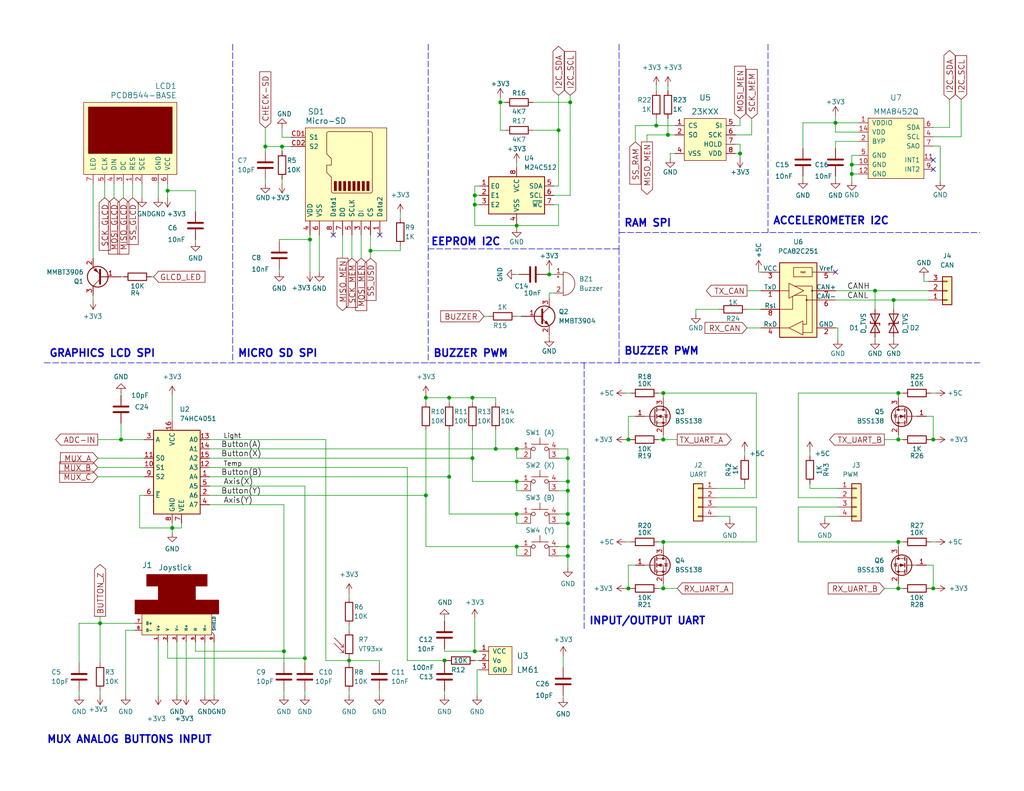
<source format=kicad_sch>
(kicad_sch (version 20211123) (generator eeschema)
  (paper "USLetter")
  (title_block (title "GAME//CAT Rev.B") (date "2022-08-04") (rev "3.5") (company "xDNA Electronics & Design") (comment 1 "MCU: PIC24HJ128GP504"))
  (junction (at 245.11 120.015))
  (junction (at 152.4 35.56))
  (junction (at 245.11 147.955))
  (junction (at 101.092 68.453))
  (junction (at 254.635 120.015))
  (junction (at 154.94 140.335))
  (junction (at 121.285 180.34))
  (junction (at 76.962 40.005))
  (junction (at 232.41 44.958))
  (junction (at 245.11 160.655))
  (junction (at 140.97 131.445))
  (junction (at 180.975 147.955))
  (junction (at 154.94 125.095))
  (junction (at 129.54 53.34))
  (junction (at 95.25 180.34))
  (junction (at 116.205 135.255))
  (junction (at 254.635 160.655))
  (junction (at 83.185 179.705))
  (junction (at 27.305 170.18))
  (junction (at 128.905 125.095))
  (junction (at 182.245 36.83))
  (junction (at 129.54 177.8))
  (junction (at 154.94 151.765))
  (junction (at 245.11 107.315))
  (junction (at 201.93 41.91))
  (junction (at 122.555 130.175))
  (junction (at 171.45 120.015))
  (junction (at 129.54 55.88))
  (junction (at 154.94 142.875))
  (junction (at 154.94 133.985))
  (junction (at 135.255 122.555))
  (junction (at 122.555 108.585))
  (junction (at 227.965 33.528))
  (junction (at 140.97 122.555))
  (junction (at 136.525 27.94))
  (junction (at 140.97 140.335))
  (junction (at 140.97 149.225))
  (junction (at 155.575 27.94))
  (junction (at 179.07 34.29))
  (junction (at 154.94 149.225))
  (junction (at 180.975 160.655))
  (junction (at 238.76 79.375))
  (junction (at 140.97 61.595))
  (junction (at 45.72 52.07))
  (junction (at 180.975 107.315))
  (junction (at 84.582 65.405))
  (junction (at 46.99 144.145))
  (junction (at 116.205 108.585))
  (junction (at 180.975 120.015))
  (junction (at 77.47 177.8))
  (junction (at 33.02 120.015))
  (junction (at 128.905 108.585))
  (junction (at 232.41 47.498))
  (junction (at 171.45 160.655))
  (junction (at 149.86 74.93))
  (junction (at 72.39 40.005))
  (junction (at 154.94 131.445))
  (junction (at 243.84 81.915))
  (no_connect (at 227.965 74.295))
  (no_connect (at 254.635 46.228))
  (no_connect (at 254.635 43.688))
  (no_connect (at 90.932 64.135))
  (no_connect (at 103.632 64.135))
  (wire (pts (xy 45.72 50.165) (xy 45.72 52.07)))
  (wire (pts (xy 217.805 138.43) (xy 228.6 138.43)))
  (wire (pts (xy 140.97 122.555) (xy 142.24 122.555)))
  (wire (pts (xy 136.525 26.67) (xy 136.525 27.94)))
  (wire (pts (xy 76.2 73.533) (xy 76.2 74.295)))
  (wire (pts (xy 180.975 147.955) (xy 180.975 149.225)))
  (wire (pts (xy 179.705 120.015) (xy 180.975 120.015)))
  (wire (pts (xy 227.965 48.133) (xy 227.965 48.895)))
  (wire (pts (xy 27.305 170.18) (xy 36.83 170.18)))
  (wire (pts (xy 245.11 147.955) (xy 245.11 149.225)))
  (wire (pts (xy 255.27 160.655) (xy 254.635 160.655)))
  (wire (pts (xy 130.175 182.88) (xy 130.175 189.865)))
  (wire (pts (xy 121.285 177.8) (xy 121.285 177.165)))
  (wire (pts (xy 154.94 140.335) (xy 154.94 142.875)))
  (wire (pts (xy 130.81 182.88) (xy 130.175 182.88)))
  (wire (pts (xy 243.84 92.075) (xy 243.84 92.71)))
  (wire (pts (xy 200.66 36.83) (xy 205.105 36.83)))
  (wire (pts (xy 232.41 42.418) (xy 232.41 44.958)))
  (wire (pts (xy 176.53 36.83) (xy 182.245 36.83)))
  (wire (pts (xy 129.54 53.34) (xy 129.54 55.88)))
  (wire (pts (xy 130.81 50.8) (xy 129.54 50.8)))
  (wire (pts (xy 152.4 151.765) (xy 154.94 151.765)))
  (wire (pts (xy 142.24 142.875) (xy 140.97 142.875)))
  (wire (pts (xy 255.27 107.315) (xy 254 107.315)))
  (wire (pts (xy 245.11 120.015) (xy 245.11 118.745)))
  (wire (pts (xy 199.136 140.97) (xy 199.136 141.732)))
  (wire (pts (xy 154.94 142.875) (xy 154.94 149.225)))
  (wire (pts (xy 232.41 47.498) (xy 232.41 49.403)))
  (wire (pts (xy 195.58 140.97) (xy 199.136 140.97)))
  (wire (pts (xy 46.99 107.95) (xy 46.99 114.935)))
  (wire (pts (xy 116.205 108.585) (xy 116.205 109.855)))
  (wire (pts (xy 46.99 142.875) (xy 46.99 144.145)))
  (wire (pts (xy 21.59 170.18) (xy 27.305 170.18)))
  (wire (pts (xy 254.635 160.655) (xy 254.635 154.305)))
  (wire (pts (xy 172.085 120.015) (xy 171.45 120.015)))
  (wire (pts (xy 135.255 117.475) (xy 135.255 122.555)))
  (wire (pts (xy 128.905 108.585) (xy 128.905 109.855)))
  (wire (pts (xy 95.25 180.34) (xy 103.505 180.34)))
  (wire (pts (xy 152.4 131.445) (xy 154.94 131.445)))
  (wire (pts (xy 140.97 151.765) (xy 140.97 149.225)))
  (wire (pts (xy 57.15 127.635) (xy 111.125 127.635)))
  (wire (pts (xy 145.415 35.56) (xy 152.4 35.56)))
  (wire (pts (xy 33.02 107.95) (xy 33.02 107.315)))
  (wire (pts (xy 220.98 133.35) (xy 220.98 132.08)))
  (wire (pts (xy 26.67 120.015) (xy 33.02 120.015)))
  (wire (pts (xy 180.975 107.315) (xy 206.375 107.315)))
  (wire (pts (xy 116.205 135.255) (xy 116.205 149.225)))
  (wire (pts (xy 252.095 76.835) (xy 253.365 76.835)))
  (wire (pts (xy 98.552 64.135) (xy 98.552 70.485)))
  (wire (pts (xy 122.555 108.585) (xy 128.905 108.585)))
  (wire (pts (xy 141.605 74.93) (xy 140.843 74.93)))
  (wire (pts (xy 234.315 33.528) (xy 227.965 33.528)))
  (wire (pts (xy 53.34 65.405) (xy 53.34 66.04)))
  (wire (pts (xy 179.705 147.955) (xy 180.975 147.955)))
  (wire (pts (xy 129.54 55.88) (xy 129.54 61.595)))
  (wire (pts (xy 206.375 138.43) (xy 206.375 147.955)))
  (wire (pts (xy 132.08 86.36) (xy 133.35 86.36)))
  (wire (pts (xy 206.375 107.315) (xy 206.375 135.89)))
  (wire (pts (xy 136.525 27.94) (xy 137.795 27.94)))
  (wire (pts (xy 180.975 120.015) (xy 184.785 120.015)))
  (wire (pts (xy 203.835 79.375) (xy 207.645 79.375)))
  (wire (pts (xy 26.67 130.175) (xy 39.37 130.175)))
  (wire (pts (xy 53.34 177.8) (xy 77.47 177.8)))
  (wire (pts (xy 180.975 107.315) (xy 180.975 108.585)))
  (wire (pts (xy 182.245 36.83) (xy 184.15 36.83)))
  (wire (pts (xy 77.47 180.975) (xy 77.47 177.8)))
  (wire (pts (xy 195.58 138.43) (xy 206.375 138.43)))
  (wire (pts (xy 38.1 144.145) (xy 46.99 144.145)))
  (wire (pts (xy 152.4 149.225) (xy 154.94 149.225)))
  (wire (pts (xy 77.47 137.795) (xy 57.15 137.795)))
  (wire (pts (xy 27.305 180.975) (xy 27.305 170.18)))
  (wire (pts (xy 45.72 179.705) (xy 83.185 179.705)))
  (wire (pts (xy 155.575 53.34) (xy 155.575 27.94)))
  (wire (pts (xy 48.26 175.26) (xy 48.26 189.865)))
  (wire (pts (xy 116.205 149.225) (xy 140.97 149.225)))
  (polyline (pts (xy 168.91 67.945) (xy 168.91 99.06)))
  (wire (pts (xy 140.97 44.45) (xy 140.97 45.72)))
  (wire (pts (xy 77.47 188.595) (xy 77.47 189.865)))
  (wire (pts (xy 152.4 26.035) (xy 152.4 35.56)))
  (wire (pts (xy 182.245 32.385) (xy 182.245 36.83)))
  (wire (pts (xy 101.092 68.453) (xy 109.22 68.453)))
  (wire (pts (xy 38.1 135.255) (xy 38.1 144.145)))
  (wire (pts (xy 87.122 64.135) (xy 87.122 74.295)))
  (wire (pts (xy 121.285 180.34) (xy 121.92 180.34)))
  (wire (pts (xy 201.93 32.385) (xy 201.93 34.29)))
  (wire (pts (xy 121.285 188.595) (xy 121.285 189.865)))
  (wire (pts (xy 219.075 48.133) (xy 219.075 48.895)))
  (wire (pts (xy 179.07 32.385) (xy 179.07 34.29)))
  (wire (pts (xy 234.315 38.608) (xy 227.965 38.608)))
  (wire (pts (xy 95.25 170.815) (xy 95.25 172.085)))
  (wire (pts (xy 228.6 135.89) (xy 217.805 135.89)))
  (wire (pts (xy 77.47 177.8) (xy 77.47 137.795)))
  (wire (pts (xy 255.27 120.015) (xy 254.635 120.015)))
  (wire (pts (xy 151.13 55.88) (xy 152.4 55.88)))
  (wire (pts (xy 246.38 107.315) (xy 245.11 107.315)))
  (wire (pts (xy 142.24 125.095) (xy 140.97 125.095)))
  (wire (pts (xy 179.705 107.315) (xy 180.975 107.315)))
  (wire (pts (xy 254.635 37.338) (xy 262.255 37.338)))
  (wire (pts (xy 116.205 117.475) (xy 116.205 135.255)))
  (wire (pts (xy 140.97 133.985) (xy 140.97 131.445)))
  (wire (pts (xy 116.205 107.95) (xy 116.205 108.585)))
  (wire (pts (xy 256.54 39.878) (xy 256.54 49.403)))
  (wire (pts (xy 111.125 127.635) (xy 111.125 180.34)))
  (wire (pts (xy 206.375 147.955) (xy 180.975 147.955)))
  (wire (pts (xy 200.66 41.91) (xy 201.93 41.91)))
  (wire (pts (xy 88.9 120.015) (xy 88.9 180.34)))
  (wire (pts (xy 129.54 180.34) (xy 130.81 180.34)))
  (wire (pts (xy 33.655 50.165) (xy 33.655 53.975)))
  (wire (pts (xy 227.965 38.608) (xy 227.965 40.513)))
  (wire (pts (xy 172.085 160.655) (xy 171.45 160.655)))
  (wire (pts (xy 203.835 84.455) (xy 207.645 84.455)))
  (wire (pts (xy 245.11 160.655) (xy 241.3 160.655)))
  (wire (pts (xy 180.975 120.015) (xy 180.975 118.745)))
  (wire (pts (xy 83.185 132.715) (xy 83.185 179.705)))
  (wire (pts (xy 149.86 73.66) (xy 149.86 74.93)))
  (wire (pts (xy 152.4 140.335) (xy 154.94 140.335)))
  (wire (pts (xy 109.22 67.183) (xy 109.22 68.453)))
  (wire (pts (xy 57.15 122.555) (xy 135.255 122.555)))
  (wire (pts (xy 39.37 135.255) (xy 38.1 135.255)))
  (wire (pts (xy 254 120.015) (xy 254.635 120.015)))
  (wire (pts (xy 95.25 188.595) (xy 95.25 189.865)))
  (wire (pts (xy 246.38 147.955) (xy 245.11 147.955)))
  (wire (pts (xy 171.45 120.015) (xy 171.45 113.665)))
  (wire (pts (xy 57.15 132.715) (xy 83.185 132.715)))
  (wire (pts (xy 152.4 142.875) (xy 154.94 142.875)))
  (wire (pts (xy 33.02 115.57) (xy 33.02 120.015)))
  (wire (pts (xy 145.415 27.94) (xy 155.575 27.94)))
  (wire (pts (xy 203.835 89.535) (xy 207.645 89.535)))
  (wire (pts (xy 57.15 135.255) (xy 116.205 135.255)))
  (wire (pts (xy 128.905 125.095) (xy 128.905 131.445)))
  (wire (pts (xy 217.805 107.315) (xy 245.11 107.315)))
  (wire (pts (xy 129.54 53.34) (xy 130.81 53.34)))
  (wire (pts (xy 137.795 35.56) (xy 136.525 35.56)))
  (wire (pts (xy 182.245 23.495) (xy 182.245 24.765)))
  (wire (pts (xy 154.94 125.095) (xy 154.94 131.445)))
  (wire (pts (xy 180.975 160.655) (xy 184.785 160.655)))
  (wire (pts (xy 140.97 131.445) (xy 142.24 131.445)))
  (wire (pts (xy 122.555 108.585) (xy 122.555 109.855)))
  (wire (pts (xy 171.45 154.305) (xy 173.355 154.305)))
  (wire (pts (xy 72.39 48.895) (xy 72.39 50.165)))
  (wire (pts (xy 140.97 60.96) (xy 140.97 61.595)))
  (wire (pts (xy 173.355 34.29) (xy 179.07 34.29)))
  (wire (pts (xy 245.11 160.655) (xy 245.11 159.385)))
  (wire (pts (xy 203.2 133.35) (xy 203.2 132.08)))
  (wire (pts (xy 76.2 65.913) (xy 76.2 65.405)))
  (wire (pts (xy 170.815 107.315) (xy 172.085 107.315)))
  (wire (pts (xy 227.965 89.535) (xy 228.6 89.535)))
  (wire (pts (xy 45.72 179.705) (xy 45.72 175.26)))
  (wire (pts (xy 27.305 168.275) (xy 27.305 170.18)))
  (wire (pts (xy 155.575 26.035) (xy 155.575 27.94)))
  (polyline (pts (xy 12.065 99.06) (xy 267.335 99.06)))
  (wire (pts (xy 205.105 36.83) (xy 205.105 32.385)))
  (wire (pts (xy 170.815 160.655) (xy 171.45 160.655)))
  (wire (pts (xy 83.185 179.705) (xy 83.185 180.975)))
  (wire (pts (xy 173.355 34.29) (xy 173.355 38.735)))
  (wire (pts (xy 72.39 40.005) (xy 72.39 41.275)))
  (wire (pts (xy 57.15 125.095) (xy 128.905 125.095)))
  (wire (pts (xy 33.02 120.015) (xy 39.37 120.015)))
  (wire (pts (xy 245.11 107.315) (xy 245.11 108.585)))
  (polyline (pts (xy 63.5 12.065) (xy 63.5 99.06)))
  (polyline (pts (xy 159.385 99.06) (xy 159.385 172.085)))
  (wire (pts (xy 46.99 144.145) (xy 46.99 145.415)))
  (wire (pts (xy 79.502 37.465) (xy 76.962 37.465)))
  (wire (pts (xy 31.115 50.165) (xy 31.115 53.975)))
  (wire (pts (xy 135.255 109.855) (xy 135.255 108.585)))
  (wire (pts (xy 93.472 64.135) (xy 93.472 70.485)))
  (wire (pts (xy 217.805 107.315) (xy 217.805 135.89)))
  (wire (pts (xy 95.25 161.925) (xy 95.25 163.195)))
  (wire (pts (xy 58.42 175.26) (xy 58.42 189.865)))
  (wire (pts (xy 111.125 180.34) (xy 121.285 180.34)))
  (wire (pts (xy 83.185 188.595) (xy 83.185 189.865)))
  (wire (pts (xy 122.555 140.335) (xy 140.97 140.335)))
  (wire (pts (xy 180.975 160.655) (xy 180.975 159.385)))
  (wire (pts (xy 122.555 130.175) (xy 122.555 140.335)))
  (wire (pts (xy 170.815 120.015) (xy 171.45 120.015)))
  (wire (pts (xy 152.4 125.095) (xy 154.94 125.095)))
  (wire (pts (xy 45.72 52.07) (xy 53.34 52.07)))
  (wire (pts (xy 72.39 34.925) (xy 72.39 40.005)))
  (wire (pts (xy 149.225 74.93) (xy 149.86 74.93)))
  (wire (pts (xy 26.67 125.095) (xy 39.37 125.095)))
  (polyline (pts (xy 168.91 12.065) (xy 168.91 67.945)))
  (wire (pts (xy 129.54 61.595) (xy 140.97 61.595)))
  (wire (pts (xy 128.905 108.585) (xy 135.255 108.585)))
  (wire (pts (xy 184.15 41.91) (xy 182.88 41.91)))
  (wire (pts (xy 121.285 180.975) (xy 121.285 180.34)))
  (wire (pts (xy 201.93 41.91) (xy 201.93 43.18)))
  (wire (pts (xy 53.34 52.07) (xy 53.34 57.785)))
  (wire (pts (xy 142.24 151.765) (xy 140.97 151.765)))
  (wire (pts (xy 232.41 44.958) (xy 234.315 44.958)))
  (wire (pts (xy 238.76 79.375) (xy 238.76 84.455)))
  (wire (pts (xy 227.965 81.915) (xy 243.84 81.915)))
  (wire (pts (xy 33.02 75.565) (xy 33.655 75.565)))
  (wire (pts (xy 95.25 180.34) (xy 95.25 180.975)))
  (wire (pts (xy 220.98 123.19) (xy 220.98 124.46)))
  (wire (pts (xy 255.27 147.955) (xy 254 147.955)))
  (wire (pts (xy 140.97 142.875) (xy 140.97 140.335)))
  (wire (pts (xy 245.11 120.015) (xy 241.3 120.015)))
  (wire (pts (xy 28.575 50.165) (xy 28.575 53.975)))
  (wire (pts (xy 76.962 48.895) (xy 76.962 50.165)))
  (polyline (pts (xy 116.84 12.065) (xy 116.84 99.06)))
  (wire (pts (xy 243.84 81.915) (xy 243.84 84.455)))
  (wire (pts (xy 76.962 40.005) (xy 76.962 41.275)))
  (wire (pts (xy 84.582 65.405) (xy 84.582 74.295)))
  (wire (pts (xy 103.505 180.975) (xy 103.505 180.34)))
  (wire (pts (xy 182.88 41.91) (xy 182.88 43.18)))
  (wire (pts (xy 76.962 37.465) (xy 76.962 34.925)))
  (wire (pts (xy 27.305 188.595) (xy 27.305 189.865)))
  (wire (pts (xy 154.94 149.225) (xy 154.94 151.765)))
  (wire (pts (xy 76.962 40.005) (xy 72.39 40.005)))
  (wire (pts (xy 195.58 135.89) (xy 206.375 135.89)))
  (wire (pts (xy 26.67 127.635) (xy 39.37 127.635)))
  (wire (pts (xy 109.22 58.293) (xy 109.22 59.563)))
  (wire (pts (xy 129.54 177.8) (xy 121.285 177.8)))
  (wire (pts (xy 101.092 68.453) (xy 101.092 70.485)))
  (wire (pts (xy 234.315 42.418) (xy 232.41 42.418)))
  (wire (pts (xy 25.4 80.645) (xy 25.4 81.915)))
  (wire (pts (xy 128.905 117.475) (xy 128.905 125.095)))
  (wire (pts (xy 151.13 50.8) (xy 152.4 50.8)))
  (wire (pts (xy 227.965 79.375) (xy 238.76 79.375)))
  (wire (pts (xy 151.13 53.34) (xy 155.575 53.34)))
  (wire (pts (xy 140.97 149.225) (xy 142.24 149.225)))
  (wire (pts (xy 95.25 179.705) (xy 95.25 180.34)))
  (wire (pts (xy 246.38 120.015) (xy 245.11 120.015)))
  (wire (pts (xy 227.965 36.068) (xy 227.965 33.528)))
  (wire (pts (xy 219.075 33.528) (xy 219.075 40.513)))
  (wire (pts (xy 53.34 175.26) (xy 53.34 177.8)))
  (wire (pts (xy 21.59 180.975) (xy 21.59 170.18)))
  (wire (pts (xy 103.505 188.595) (xy 103.505 189.865)))
  (wire (pts (xy 232.41 44.958) (xy 232.41 47.498)))
  (wire (pts (xy 50.8 175.26) (xy 50.8 189.865)))
  (wire (pts (xy 176.53 36.83) (xy 176.53 38.735)))
  (wire (pts (xy 96.012 64.135) (xy 96.012 70.485)))
  (wire (pts (xy 254.635 120.015) (xy 254.635 113.665)))
  (wire (pts (xy 154.94 122.555) (xy 154.94 125.095)))
  (wire (pts (xy 170.815 147.955) (xy 172.085 147.955)))
  (wire (pts (xy 225.044 140.97) (xy 225.044 141.732)))
  (wire (pts (xy 254.635 154.305) (xy 252.73 154.305)))
  (wire (pts (xy 200.66 39.37) (xy 201.93 39.37)))
  (wire (pts (xy 43.18 175.26) (xy 43.18 189.865)))
  (wire (pts (xy 153.67 179.07) (xy 153.67 182.245)))
  (wire (pts (xy 43.18 50.165) (xy 43.18 53.975)))
  (wire (pts (xy 36.195 50.165) (xy 36.195 53.975)))
  (wire (pts (xy 207.01 74.295) (xy 207.645 74.295)))
  (wire (pts (xy 254.635 39.878) (xy 256.54 39.878)))
  (wire (pts (xy 76.2 65.405) (xy 84.582 65.405)))
  (wire (pts (xy 152.4 122.555) (xy 154.94 122.555)))
  (polyline (pts (xy 116.84 67.945) (xy 168.91 67.945)))
  (wire (pts (xy 49.53 142.875) (xy 49.53 144.145)))
  (wire (pts (xy 171.45 113.665) (xy 173.355 113.665)))
  (wire (pts (xy 246.38 160.655) (xy 245.11 160.655)))
  (wire (pts (xy 41.275 75.565) (xy 41.91 75.565)))
  (wire (pts (xy 259.08 34.798) (xy 259.08 27.178)))
  (wire (pts (xy 252.095 75.565) (xy 252.095 76.835)))
  (wire (pts (xy 34.29 172.085) (xy 34.29 189.865)))
  (wire (pts (xy 195.58 133.35) (xy 203.2 133.35)))
  (wire (pts (xy 152.4 133.985) (xy 154.94 133.985)))
  (wire (pts (xy 152.4 35.56) (xy 152.4 50.8)))
  (wire (pts (xy 151.13 80.01) (xy 149.86 80.01)))
  (wire (pts (xy 189.865 85.725) (xy 189.865 84.455)))
  (wire (pts (xy 179.705 160.655) (xy 180.975 160.655)))
  (wire (pts (xy 227.965 31.623) (xy 227.965 33.528)))
  (wire (pts (xy 254.635 113.665) (xy 252.73 113.665)))
  (wire (pts (xy 46.99 144.145) (xy 49.53 144.145)))
  (wire (pts (xy 207.01 73.66) (xy 207.01 74.295)))
  (wire (pts (xy 116.205 108.585) (xy 122.555 108.585)))
  (wire (pts (xy 201.93 39.37) (xy 201.93 41.91)))
  (wire (pts (xy 201.93 34.29) (xy 200.66 34.29)))
  (wire (pts (xy 234.315 47.498) (xy 232.41 47.498)))
  (wire (pts (xy 179.07 23.495) (xy 179.07 24.765)))
  (wire (pts (xy 38.735 50.165) (xy 38.735 53.975)))
  (wire (pts (xy 203.2 123.19) (xy 203.2 124.46)))
  (wire (pts (xy 179.07 34.29) (xy 184.15 34.29)))
  (wire (pts (xy 228.6 89.535) (xy 228.6 92.71)))
  (wire (pts (xy 217.805 138.43) (xy 217.805 147.955)))
  (wire (pts (xy 21.59 188.595) (xy 21.59 189.865)))
  (wire (pts (xy 152.4 55.88) (xy 152.4 61.595)))
  (wire (pts (xy 234.315 36.068) (xy 227.965 36.068)))
  (wire (pts (xy 217.805 147.955) (xy 245.11 147.955)))
  (wire (pts (xy 84.582 64.135) (xy 84.582 65.405)))
  (wire (pts (xy 228.6 140.97) (xy 225.044 140.97)))
  (wire (pts (xy 243.84 81.915) (xy 253.365 81.915)))
  (wire (pts (xy 25.4 50.165) (xy 25.4 70.485)))
  (wire (pts (xy 238.76 79.375) (xy 253.365 79.375)))
  (wire (pts (xy 101.092 64.135) (xy 101.092 68.453)))
  (wire (pts (xy 121.285 168.91) (xy 121.285 169.545)))
  (wire (pts (xy 254.635 34.798) (xy 259.08 34.798)))
  (wire (pts (xy 154.94 133.985) (xy 154.94 140.335)))
  (wire (pts (xy 154.94 151.765) (xy 154.94 154.94)))
  (polyline (pts (xy 168.91 63.5) (xy 267.335 63.5)))
  (polyline (pts (xy 209.55 12.065) (xy 209.55 63.5)))
  (wire (pts (xy 142.24 133.985) (xy 140.97 133.985)))
  (wire (pts (xy 153.67 189.865) (xy 153.67 190.5)))
  (wire (pts (xy 129.54 177.8) (xy 130.81 177.8)))
  (wire (pts (xy 45.72 52.07) (xy 45.72 53.975)))
  (wire (pts (xy 129.54 50.8) (xy 129.54 53.34)))
  (wire (pts (xy 136.525 35.56) (xy 136.525 27.94)))
  (wire (pts (xy 140.97 61.595) (xy 140.97 62.23)))
  (wire (pts (xy 36.83 172.085) (xy 34.29 172.085)))
  (wire (pts (xy 140.97 140.335) (xy 142.24 140.335)))
  (wire (pts (xy 128.905 131.445) (xy 140.97 131.445)))
  (wire (pts (xy 57.15 130.175) (xy 122.555 130.175)))
  (wire (pts (xy 140.97 125.095) (xy 140.97 122.555)))
  (wire (pts (xy 149.86 80.01) (xy 149.86 81.28)))
  (wire (pts (xy 154.94 131.445) (xy 154.94 133.985)))
  (wire (pts (xy 189.865 84.455) (xy 196.215 84.455)))
  (wire (pts (xy 254 160.655) (xy 254.635 160.655)))
  (wire (pts (xy 238.76 92.075) (xy 238.76 92.71)))
  (wire (pts (xy 57.15 120.015) (xy 88.9 120.015)))
  (wire (pts (xy 171.45 160.655) (xy 171.45 154.305)))
  (wire (pts (xy 140.97 86.36) (xy 142.24 86.36)))
  (wire (pts (xy 88.9 180.34) (xy 95.25 180.34)))
  (wire (pts (xy 129.54 168.91) (xy 129.54 177.8)))
  (wire (pts (xy 227.965 33.528) (xy 219.075 33.528)))
  (wire (pts (xy 140.97 61.595) (xy 152.4 61.595)))
  (wire (pts (xy 149.86 74.93) (xy 151.13 74.93)))
  (wire (pts (xy 262.255 37.338) (xy 262.255 27.178)))
  (wire (pts (xy 149.86 91.44) (xy 149.86 92.075)))
  (wire (pts (xy 130.81 55.88) (xy 129.54 55.88)))
  (wire (pts (xy 122.555 117.475) (xy 122.555 130.175)))
  (wire (pts (xy 228.6 133.35) (xy 220.98 133.35)))
  (wire (pts (xy 55.88 175.26) (xy 55.88 189.865)))
  (wire (pts (xy 79.502 40.005) (xy 76.962 40.005)))
  (wire (pts (xy 135.255 122.555) (xy 140.97 122.555)))
  (text "EEPROM I2C" (at 117.475 67.31 0) (effects (font (size 2.032 2.032) (thickness 0.4064) bold) (justify left bottom)))
  (text "MICRO SD SPI\n" (at 64.77 97.79 0) (effects (font (size 2.032 2.032) (thickness 0.4064) bold) (justify left bottom)))
  (text "ACCELEROMETER I2C" (at 210.82 61.595 0) (effects (font (size 2.032 2.032) (thickness 0.4064) bold) (justify left bottom)))
  (text "BUZZER PWM" (at 170.18 97.155 0) (effects (font (size 2.032 2.032) (thickness 0.4064) bold) (justify left bottom)))
  (text "INPUT/OUTPUT UART" (at 160.655 170.815 0) (effects (font (size 2.032 2.032) (thickness 0.4064) bold) (justify left bottom)))
  (text "RAM SPI" (at 170.18 62.23 0) (effects (font (size 2.032 2.032) (thickness 0.4064) bold) (justify left bottom)))
  (text "BUZZER PWM" (at 118.11 97.79 0) (effects (font (size 2.032 2.032) (thickness 0.4064) bold) (justify left bottom)))
  (text "MUX ANALOG BUTTONS INPUT" (at 12.7 203.2 0) (effects (font (size 2.032 2.032) (thickness 0.4064) bold) (justify left bottom)))
  (text "GRAPHICS LCD SPI\n" (at 13.335 97.79 0) (effects (font (size 2.032 2.032) (thickness 0.4064) bold) (justify left bottom)))
  (label "CANH" (at 231.14 79.375 0) (effects (font (size 1.524 1.524))))
  (label "Button(A)" (at 60.325 122.555 0) (effects (font (size 1.524 1.524))))
  (label "CANL" (at 231.14 81.915 0) (effects (font (size 1.524 1.524))))
  (label "Button(B)" (at 60.325 130.175 0) (effects (font (size 1.524 1.524))))
  (label "Button(Y)" (at 60.325 135.255 0) (effects (font (size 1.524 1.524))))
  (label "Axis(Y)" (at 60.96 137.795 0) (effects (font (size 1.524 1.524))))
  (label "Temp" (at 60.96 127.635 0))
  (label "Light" (at 60.96 120.015 0))
  (label "Button(X)" (at 60.325 125.095 0) (effects (font (size 1.524 1.524))))
  (label "Axis(X)" (at 60.96 132.715 0) (effects (font (size 1.524 1.524))))
  (global_label "MISO_MEN" (shape output) (at 176.53 38.735 270) (effects (font (size 1.524 1.524))) (property "Intersheet References" "${INTERSHEET_REFS}" (effects hide)))
  (global_label "I2C_SDA" (shape bidirectional) (at 259.08 27.178 90) (effects (font (size 1.524 1.524))) (property "Intersheet References" "${INTERSHEET_REFS}" (effects hide)))
  (global_label "MOSI_MEN" (shape input) (at 98.552 70.485 270) (effects (font (size 1.524 1.524))) (property "Intersheet References" "${INTERSHEET_REFS}" (effects hide)))
  (global_label "MUX_B" (shape input) (at 26.67 127.635 180) (effects (font (size 1.524 1.524))) (property "Intersheet References" "${INTERSHEET_REFS}" (effects hide)))
  (global_label "BUTTON_Z" (shape output) (at 27.305 168.275 90) (effects (font (size 1.524 1.524))) (property "Intersheet References" "${INTERSHEET_REFS}" (effects hide)))
  (global_label "CHECK-SD" (shape input) (at 72.39 34.925 90) (effects (font (size 1.524 1.524))) (property "Intersheet References" "${INTERSHEET_REFS}" (effects hide)))
  (global_label "RX_CAN" (shape input) (at 203.835 89.535 180) (effects (font (size 1.524 1.524))) (property "Intersheet References" "${INTERSHEET_REFS}" (effects hide)))
  (global_label "SCK_MEM" (shape input) (at 205.105 32.385 90) (effects (font (size 1.524 1.524))) (property "Intersheet References" "${INTERSHEET_REFS}" (effects hide)))
  (global_label "I2C_SCL" (shape input) (at 155.575 26.035 90) (effects (font (size 1.524 1.524))) (property "Intersheet References" "${INTERSHEET_REFS}" (effects hide)))
  (global_label "SS_USD" (shape input) (at 101.092 70.485 270) (effects (font (size 1.524 1.524))) (property "Intersheet References" "${INTERSHEET_REFS}" (effects hide)))
  (global_label "SS_RAM" (shape input) (at 173.355 38.735 270) (effects (font (size 1.524 1.524))) (property "Intersheet References" "${INTERSHEET_REFS}" (effects hide)))
  (global_label "ADC-IN" (shape output) (at 26.67 120.015 180) (effects (font (size 1.524 1.524))) (property "Intersheet References" "${INTERSHEET_REFS}" (effects hide)))
  (global_label "TX_UART_A" (shape output) (at 184.785 120.015 0) (effects (font (size 1.524 1.524))) (property "Intersheet References" "${INTERSHEET_REFS}" (effects hide)))
  (global_label "GLCD_LED" (shape input) (at 41.91 75.565 0) (effects (font (size 1.524 1.524))) (property "Intersheet References" "${INTERSHEET_REFS}" (effects hide)))
  (global_label "SCK_GLCD" (shape input) (at 28.575 53.975 270) (effects (font (size 1.524 1.524))) (property "Intersheet References" "${INTERSHEET_REFS}" (effects hide)))
  (global_label "TX_CAN" (shape output) (at 203.835 79.375 180) (effects (font (size 1.524 1.524))) (property "Intersheet References" "${INTERSHEET_REFS}" (effects hide)))
  (global_label "MOSI_MEN" (shape input) (at 201.93 32.385 90) (effects (font (size 1.524 1.524))) (property "Intersheet References" "${INTERSHEET_REFS}" (effects hide)))
  (global_label "MUX_C" (shape input) (at 26.67 130.175 180) (effects (font (size 1.524 1.524))) (property "Intersheet References" "${INTERSHEET_REFS}" (effects hide)))
  (global_label "RX_UART_A" (shape input) (at 184.785 160.655 0) (effects (font (size 1.524 1.524))) (property "Intersheet References" "${INTERSHEET_REFS}" (effects hide)))
  (global_label "RX_UART_B" (shape input) (at 241.3 160.655 180) (effects (font (size 1.524 1.524))) (property "Intersheet References" "${INTERSHEET_REFS}" (effects hide)))
  (global_label "I2C_SDA" (shape bidirectional) (at 152.4 26.035 90) (effects (font (size 1.524 1.524))) (property "Intersheet References" "${INTERSHEET_REFS}" (effects hide)))
  (global_label "I2C_SCL" (shape input) (at 262.255 27.178 90) (effects (font (size 1.524 1.524))) (property "Intersheet References" "${INTERSHEET_REFS}" (effects hide)))
  (global_label "SS_GLCD" (shape input) (at 36.195 53.975 270) (effects (font (size 1.524 1.524))) (property "Intersheet References" "${INTERSHEET_REFS}" (effects hide)))
  (global_label "MUX_A" (shape input) (at 26.67 125.095 180) (effects (font (size 1.524 1.524))) (property "Intersheet References" "${INTERSHEET_REFS}" (effects hide)))
  (global_label "BUZZER" (shape input) (at 132.08 86.36 180) (effects (font (size 1.524 1.524))) (property "Intersheet References" "${INTERSHEET_REFS}" (effects hide)))
  (global_label "TX_UART_B" (shape output) (at 241.3 120.015 180) (effects (font (size 1.524 1.524))) (property "Intersheet References" "${INTERSHEET_REFS}" (effects hide)))
  (global_label "MISO_MEN" (shape output) (at 93.472 70.485 270) (effects (font (size 1.524 1.524))) (property "Intersheet References" "${INTERSHEET_REFS}" (effects hide)))
  (global_label "SCK_MEM" (shape input) (at 96.012 70.485 270) (effects (font (size 1.524 1.524))) (property "Intersheet References" "${INTERSHEET_REFS}" (effects hide)))
  (global_label "MOSI_GLCD" (shape input) (at 31.115 53.975 270) (effects (font (size 1.524 1.524))) (property "Intersheet References" "${INTERSHEET_REFS}" (effects hide)))
  (global_label "MISO_GLCD" (shape input) (at 33.655 53.975 270) (effects (font (size 1.524 1.524))) (property "Intersheet References" "${INTERSHEET_REFS}" (effects hide)))
  (symbol (lib_id "power:GND") (at 149.86 92.075 0) (unit 1)
    (property "Reference" "#PWR?" (effects hide))
    (property "Value" "GND" (at 149.86 95.885 0))
  )
  (symbol (lib_id "power:+3.3V") (at 201.93 43.18 180) (unit 1)
    (property "Reference" "#PWR?" (effects hide))
    (property "Value" "+3.3V" (at 201.93 46.99 0))
  )
  (symbol (lib_id "power:GND") (at 228.6 92.71 0) (unit 1)
    (property "Reference" "#PWR?" (effects hide))
    (property "Value" "GND" (at 228.6 96.52 0))
  )
  (symbol (lib_id "power:+3.3V") (at 227.965 31.623 0) (unit 1)
    (property "Reference" "#PWR?" (effects hide))
    (property "Value" "+3.3V" (at 227.965 27.813 0))
  )
  (symbol (lib_id "Device:R") (at 220.98 128.27 0) (unit 1)
    (property "Reference" "R43" (at 225.425 128.27 90))
    (property "Value" "1K" (at 223.52 128.27 90))
    (property "Footprint" "Resistor_SMD:R_1206_3216Metric" (effects hide))
  )
  (symbol (lib_id "power:GND") (at 76.2 74.295 0) (unit 1)
    (property "Reference" "#PWR?" (effects hide))
    (property "Value" "GND" (at 76.2 78.74 0))
  )
  (symbol (lib_id "Transistor_BJT:MMBT3906") (at 27.94 75.565 180) (unit 1)
    (property "Reference" "Q1" (at 22.86 76.8351 0) (effects (justify left)))
    (property "Value" "MMBT3906" (at 22.86 74.2951 0) (effects (justify left)))
    (property "Footprint" "Package_TO_SOT_SMD:SOT-23" (effects hide))
    (property "Datasheet" "https://www.onsemi.com/pub/Collateral/2N3906-D.PDF" (effects hide))
  )
  (symbol (lib_id "power:GND") (at 140.97 62.23 0) (unit 1)
    (property "Reference" "#PWR?" (effects hide))
    (property "Value" "GND" (at 140.97 66.04 0))
  )
  (symbol (lib_id "x_connectors:Micro-SD") (at 93.472 48.895 270) (unit 1)
    (property "Reference" "SD1" (at 83.947 30.48 90) (effects (font (size 1.524 1.524)) (justify left)))
    (property "Value" "Micro-SD" (at 83.312 33.02 90) (effects (font (size 1.524 1.524)) (justify left)))
    (property "Footprint" "x_Connector_Card:MICRO_SD_HC_DM3AT" (effects hide))
  )
  (symbol (lib_id "Device:R") (at 182.245 28.575 0) (unit 1)
    (property "Reference" "R23" (at 183.515 27.305 0) (effects (justify left)))
    (property "Value" "1K" (at 183.515 29.845 0) (effects (justify left)))
    (property "Footprint" "Resistor_SMD:R_1206_3216Metric" (effects hide))
  )
  (symbol (lib_id "power:GND") (at 34.29 189.865 0) (unit 1)
    (property "Reference" "#PWR?" (effects hide))
    (property "Value" "GND" (at 34.29 194.31 0))
  )
  (symbol (lib_id "Device:R") (at 135.255 113.665 0) (unit 1)
    (property "Reference" "R14" (at 136.525 112.395 0) (effects (justify left)))
    (property "Value" "10K" (at 136.525 114.935 0) (effects (justify left)))
    (property "Footprint" "Resistor_SMD:R_1206_3216Metric" (effects hide))
  )
  (symbol (lib_id "Connector_Generic:Conn_01x03") (at 258.445 79.375 0) (mirror x) (unit 1)
    (property "Reference" "J4" (at 258.445 69.85 0))
    (property "Value" "CAN" (at 258.445 72.39 0))
    (property "Footprint" "x_Connector_Molex:MOLEX_KK_1x03_P2.54mm_HORIZONTAL" (effects hide))
  )
  (symbol (lib_id "power:GND") (at 225.044 141.732 0) (unit 1)
    (property "Reference" "#PWR?" (effects hide))
    (property "Value" "GND" (at 225.044 146.177 0))
  )
  (symbol (lib_id "Device:R") (at 175.895 107.315 90) (unit 1)
    (property "Reference" "R18" (at 175.895 102.87 90))
    (property "Value" "10K" (at 175.895 104.775 90))
    (property "Footprint" "Resistor_SMD:R_1206_3216Metric" (effects hide))
  )
  (symbol (lib_id "power:GND") (at 121.285 189.865 0) (unit 1)
    (property "Reference" "#PWR?" (effects hide))
    (property "Value" "GND" (at 121.285 194.31 0))
  )
  (symbol (lib_id "Device:R") (at 95.25 184.785 0) (unit 1)
    (property "Reference" "R8" (at 96.52 183.515 0) (effects (justify left)))
    (property "Value" "10K" (at 96.52 186.055 0) (effects (justify left)))
    (property "Footprint" "Resistor_SMD:R_1206_3216Metric" (effects hide))
  )
  (symbol (lib_id "Device:R") (at 175.895 160.655 270) (unit 1)
    (property "Reference" "R21" (at 175.895 165.1 90))
    (property "Value" "10K" (at 175.895 163.195 90))
    (property "Footprint" "Resistor_SMD:R_1206_3216Metric" (effects hide))
  )
  (symbol (lib_id "power:GND") (at 256.54 49.403 0) (unit 1)
    (property "Reference" "#PWR?" (effects hide))
    (property "Value" "GND" (at 256.54 53.213 0))
  )
  (symbol (lib_id "Device:R") (at 141.605 35.56 90) (unit 1)
    (property "Reference" "R17" (at 141.605 33.02 90))
    (property "Value" "4K7" (at 141.605 38.1 90))
    (property "Footprint" "Resistor_SMD:R_1206_3216Metric" (effects hide))
  )
  (symbol (lib_id "Device:R") (at 250.19 120.015 90) (mirror x) (unit 1)
    (property "Reference" "R26" (at 250.19 124.46 90))
    (property "Value" "1K" (at 250.19 122.555 90))
    (property "Footprint" "Resistor_SMD:R_1206_3216Metric" (effects hide))
  )
  (symbol (lib_id "Switch:SW_MEC_5E") (at 147.32 125.095 0) (unit 1)
    (property "Reference" "SW1" (at 145.415 118.11 0))
    (property "Value" "(A)" (at 149.86 118.11 0))
    (property "Footprint" "x_Button_Switch_THT:SW_PUSH_PTS_125x12mm_SNAP_GREEN" (effects hide))
    (property "Datasheet" "http://www.apem.com/int/index.php?controller=attachment&id_attachment=1371" (effects hide))
  )
  (symbol (lib_id "Device:C") (at 219.075 44.323 0) (unit 1)
    (property "Reference" "C15" (at 211.455 44.958 0) (effects (justify left)))
    (property "Value" "10nF" (at 211.455 48.133 0) (effects (justify left)))
    (property "Footprint" "Capacitor_SMD:C_0805_2012Metric" (effects hide))
  )
  (symbol (lib_id "Device:R") (at 200.025 84.455 90) (unit 1)
    (property "Reference" "R24" (at 200.025 86.995 90))
    (property "Value" "1K" (at 200.025 82.55 90))
    (property "Footprint" "Resistor_SMD:R_1206_3216Metric" (effects hide))
  )
  (symbol (lib_id "Device:D_TVS") (at 238.76 88.265 90) (unit 1)
    (property "Reference" "D1" (at 233.045 89.535 90))
    (property "Value" "D_TVS" (at 235.585 88.265 0))
    (property "Footprint" "Diode_SMD:D_SMA" (effects hide))
  )
  (symbol (lib_id "power:GND") (at 121.285 168.91 180) (unit 1)
    (property "Reference" "#PWR?" (effects hide))
    (property "Value" "GND" (at 119.38 164.465 0) (effects (justify right)))
  )
  (symbol (lib_id "Device:R") (at 125.73 180.34 90) (unit 1)
    (property "Reference" "R12" (at 127 182.88 90) (effects (justify left)))
    (property "Value" "10K" (at 127.635 180.34 90) (effects (justify left)))
    (property "Footprint" "Resistor_SMD:R_1206_3216Metric" (effects hide))
  )
  (symbol (lib_id "Device:R") (at 175.895 147.955 90) (unit 1)
    (property "Reference" "R20" (at 175.895 143.51 90))
    (property "Value" "10K" (at 175.895 145.415 90))
    (property "Footprint" "Resistor_SMD:R_1206_3216Metric" (effects hide))
  )
  (symbol (lib_id "Device:R") (at 37.465 75.565 270) (unit 1)
    (property "Reference" "R4" (at 35.56 80.01 90) (effects (justify left)))
    (property "Value" "10K" (at 35.56 78.105 90) (effects (justify left)))
    (property "Footprint" "Resistor_SMD:R_1206_3216Metric" (effects hide))
  )
  (symbol (lib_id "Switch:SW_MEC_5E") (at 147.32 151.765 0) (unit 1)
    (property "Reference" "SW4" (at 145.415 144.78 0))
    (property "Value" "(Y)" (at 149.86 144.78 0))
    (property "Footprint" "x_Button_Switch_THT:SW_PUSH_PTS_125x12mm_SNAP_YELLOW" (effects hide))
    (property "Datasheet" "http://www.apem.com/int/index.php?controller=attachment&id_attachment=1371" (effects hide))
  )
  (symbol (lib_id "power:GND") (at 219.075 48.895 0) (unit 1)
    (property "Reference" "#PWR?" (effects hide))
    (property "Value" "GND" (at 219.075 53.34 0))
  )
  (symbol (lib_id "power:+5C") (at 207.01 73.66 0) (unit 1)
    (property "Reference" "#PWR?" (effects hide))
    (property "Value" "+5C" (at 207.01 70.485 90) (effects (justify left)))
  )
  (symbol (lib_id "power:GND") (at 48.26 189.865 0) (unit 1)
    (property "Reference" "#PWR?" (effects hide))
    (property "Value" "GND" (at 48.26 194.31 0))
  )
  (symbol (lib_id "power:+3.3V") (at 255.27 120.015 270) (mirror x) (unit 1)
    (property "Reference" "#PWR?" (effects hide))
    (property "Value" "+3.3V" (at 264.16 120.015 90) (effects (justify right)))
  )
  (symbol (lib_id "Device:C") (at 21.59 184.785 0) (mirror y) (unit 1)
    (property "Reference" "C5" (at 13.97 183.515 0) (effects (justify right)))
    (property "Value" "10pF" (at 13.97 186.055 0) (effects (justify right)))
    (property "Footprint" "Capacitor_SMD:C_0805_2012Metric" (effects hide))
  )
  (symbol (lib_id "power:+3.3V") (at 153.67 179.07 0) (unit 1)
    (property "Reference" "#PWR?" (effects hide))
    (property "Value" "+3.3V" (at 153.67 174.625 0))
  )
  (symbol (lib_id "Device:R") (at 76.962 45.085 0) (unit 1)
    (property "Reference" "R5" (at 78.232 43.815 0) (effects (justify left)))
    (property "Value" "10K" (at 78.232 46.355 0) (effects (justify left)))
    (property "Footprint" "Resistor_SMD:R_1206_3216Metric" (effects hide))
  )
  (symbol (lib_id "power:+3.3V") (at 170.815 160.655 90) (unit 1)
    (property "Reference" "#PWR?" (effects hide))
    (property "Value" "+3.3V" (at 161.925 160.655 90) (effects (justify right)))
  )
  (symbol (lib_id "power:+3.3V") (at 50.8 189.865 180) (unit 1)
    (property "Reference" "#PWR?" (effects hide))
    (property "Value" "+3.3V" (at 47.625 196.215 0) (effects (justify right)))
  )
  (symbol (lib_id "Device:C") (at 77.47 184.785 0) (mirror y) (unit 1)
    (property "Reference" "C9" (at 69.85 183.515 0) (effects (justify right)))
    (property "Value" "10pF" (at 69.85 186.055 0) (effects (justify right)))
    (property "Footprint" "Capacitor_SMD:C_0805_2012Metric" (effects hide))
  )
  (symbol (lib_id "Device:C") (at 76.2 69.723 0) (unit 1)
    (property "Reference" "C8" (at 68.58 70.358 0) (effects (justify left)))
    (property "Value" "10nF" (at 68.58 73.533 0) (effects (justify left)))
    (property "Footprint" "Capacitor_SMD:C_0805_2012Metric" (effects hide))
  )
  (symbol (lib_id "Device:R") (at 95.25 167.005 0) (unit 1)
    (property "Reference" "R6" (at 96.52 165.735 0) (effects (justify left)))
    (property "Value" "10K" (at 96.52 168.275 0) (effects (justify left)))
    (property "Footprint" "Resistor_SMD:R_1206_3216Metric" (effects hide))
  )
  (symbol (lib_id "power:GND") (at 33.02 107.315 180) (unit 1)
    (property "Reference" "#PWR?" (effects hide))
    (property "Value" "GND" (at 33.02 102.87 0))
  )
  (symbol (lib_id "power:+3.3V") (at 179.07 23.495 0) (mirror y) (unit 1)
    (property "Reference" "#PWR?" (effects hide))
    (property "Value" "+3.3V" (at 177.8 18.415 0))
  )
  (symbol (lib_id "74xx:74HC4051") (at 46.99 127.635 0) (unit 1)
    (property "Reference" "U2" (at 49.0094 111.76 0) (effects (justify left)))
    (property "Value" "74HC4051" (at 49.0094 114.3 0) (effects (justify left)))
    (property "Footprint" "Package_SO:SOIC-16_3.9x9.9mm_P1.27mm" (effects hide))
    (property "Datasheet" "http://www.ti.com/lit/ds/symlink/cd74hc4051.pdf" (effects hide))
  )
  (symbol (lib_id "x_Sensors:LM61") (at 135.89 180.34 0) (mirror y) (unit 1)
    (property "Reference" "U3" (at 140.97 179.07 0) (effects (font (size 1.524 1.524)) (justify right)))
    (property "Value" "LM61" (at 140.97 182.88 0) (effects (font (size 1.524 1.524)) (justify right)))
    (property "Footprint" "Package_TO_SOT_SMD:TSOT-23" (effects hide))
  )
  (symbol (lib_id "Transistor_FET:BSS138") (at 247.65 113.665 0) (mirror y) (unit 1)
    (property "Reference" "Q5" (at 241.3 112.3949 0) (effects (justify left)))
    (property "Value" "BSS138" (at 241.3 114.9349 0) (effects (justify left)))
    (property "Footprint" "Package_TO_SOT_SMD:SOT-23" (effects hide))
    (property "Datasheet" "https://www.onsemi.com/pub/Collateral/BSS138-D.PDF" (effects hide))
  )
  (symbol (lib_id "power:+5C") (at 203.2 123.19 0) (unit 1)
    (property "Reference" "#PWR?" (effects hide))
    (property "Value" "+5C" (at 204.47 123.825 0) (effects (justify left)))
  )
  (symbol (lib_id "power:+3.3V") (at 95.25 161.925 0) (unit 1)
    (property "Reference" "#PWR?" (effects hide))
    (property "Value" "+3.3V" (at 95.25 156.845 0))
  )
  (symbol (lib_id "Device:D_TVS") (at 243.84 88.265 270) (mirror x) (unit 1)
    (property "Reference" "D2" (at 249.555 89.535 90))
    (property "Value" "D_TVS" (at 247.015 88.265 0))
    (property "Footprint" "Diode_SMD:D_SMA" (effects hide))
  )
  (symbol (lib_id "power:GND") (at 87.122 74.295 0) (mirror y) (unit 1)
    (property "Reference" "#PWR?" (effects hide))
    (property "Value" "GND" (at 87.122 78.74 0))
  )
  (symbol (lib_id "power:GND") (at 83.185 189.865 0) (unit 1)
    (property "Reference" "#PWR?" (effects hide))
    (property "Value" "GND" (at 83.185 194.31 0))
  )
  (symbol (lib_id "power:+3.3V") (at 25.4 81.915 0) (mirror x) (unit 1)
    (property "Reference" "#PWR?" (effects hide))
    (property "Value" "+3.3V" (at 27.94 86.36 0) (effects (justify right)))
  )
  (symbol (lib_id "Interface_CAN_LIN:PCA82C251") (at 217.805 81.915 0) (unit 1)
    (property "Reference" "U6" (at 217.805 66.04 0))
    (property "Value" "PCA82C251" (at 217.805 68.58 0))
    (property "Footprint" "Package_SO:SOIC-8_3.9x4.9mm_P1.27mm" (effects hide))
    (property "Datasheet" "http://www.nxp.com/documents/data_sheet/PCA82C251.pdf" (effects hide))
  )
  (symbol (lib_id "Device:R") (at 179.07 28.575 0) (mirror y) (unit 1)
    (property "Reference" "R22" (at 177.8 27.305 0) (effects (justify left)))
    (property "Value" "1K" (at 177.8 29.845 0) (effects (justify left)))
    (property "Footprint" "Resistor_SMD:R_1206_3216Metric" (effects hide))
  )
  (symbol (lib_id "Device:C") (at 83.185 184.785 0) (unit 1)
    (property "Reference" "C10" (at 90.805 183.515 0) (effects (justify right)))
    (property "Value" "10pF" (at 90.805 186.055 0) (effects (justify right)))
    (property "Footprint" "Capacitor_SMD:C_0805_2012Metric" (effects hide))
  )
  (symbol (lib_id "Device:C") (at 103.505 184.785 0) (unit 1)
    (property "Reference" "C11" (at 106.68 183.5149 0) (effects (justify left)))
    (property "Value" "10nF" (at 106.68 186.0549 0) (effects (justify left)))
    (property "Footprint" "Capacitor_SMD:C_0805_2012Metric" (effects hide))
  )
  (symbol (lib_id "Transistor_FET:BSS138") (at 178.435 113.665 0) (unit 1)
    (property "Reference" "Q3" (at 184.15 112.3949 0) (effects (justify left)))
    (property "Value" "BSS138" (at 184.15 114.9349 0) (effects (justify left)))
    (property "Footprint" "Package_TO_SOT_SMD:SOT-23" (effects hide))
    (property "Datasheet" "https://www.onsemi.com/pub/Collateral/BSS138-D.PDF" (effects hide))
  )
  (symbol (lib_id "Device:C") (at 53.34 61.595 0) (unit 1)
    (property "Reference" "C6" (at 45.72 62.23 0) (effects (justify left)))
    (property "Value" "10nF" (at 45.72 65.405 0) (effects (justify left)))
    (property "Footprint" "Capacitor_SMD:C_0805_2012Metric" (effects hide))
  )
  (symbol (lib_id "Device:R") (at 27.305 184.785 0) (unit 1)
    (property "Reference" "R3" (at 28.575 183.515 0) (effects (justify left)))
    (property "Value" "10K" (at 28.575 186.055 0) (effects (justify left)))
    (property "Footprint" "Resistor_SMD:R_1206_3216Metric" (effects hide))
  )
  (symbol (lib_id "power:GND") (at 189.865 85.725 0) (unit 1)
    (property "Reference" "#PWR?" (effects hide))
    (property "Value" "GND" (at 189.865 89.535 0))
  )
  (symbol (lib_id "power:+3.3V") (at 149.86 73.66 0) (unit 1)
    (property "Reference" "#PWR?" (effects hide))
    (property "Value" "+3.3V" (at 149.86 69.85 0))
  )
  (symbol (lib_id "power:GND") (at 76.962 34.925 0) (mirror x) (unit 1)
    (property "Reference" "#PWR?" (effects hide))
    (property "Value" "GND" (at 77.597 31.115 0))
  )
  (symbol (lib_id "power:+3.3V") (at 129.54 168.91 0) (unit 1)
    (property "Reference" "#PWR?" (effects hide))
    (property "Value" "+3.3V" (at 129.54 164.465 0))
  )
  (symbol (lib_id "Device:R") (at 116.205 113.665 0) (unit 1)
    (property "Reference" "R10" (at 117.475 112.395 0) (effects (justify left)))
    (property "Value" "10K" (at 117.475 114.935 0) (effects (justify left)))
    (property "Footprint" "Resistor_SMD:R_1206_3216Metric" (effects hide))
  )
  (symbol (lib_id "power:GND") (at 227.965 48.895 0) (unit 1)
    (property "Reference" "#PWR?" (effects hide))
    (property "Value" "GND" (at 227.965 53.34 0))
  )
  (symbol (lib_id "power:GND") (at 21.59 189.865 0) (mirror y) (unit 1)
    (property "Reference" "#PWR?" (effects hide))
    (property "Value" "GND" (at 21.59 194.31 0))
  )
  (symbol (lib_id "Device:C") (at 121.285 184.785 180) (unit 1)
    (property "Reference" "C13" (at 114.3 184.785 0) (effects (justify right)))
    (property "Value" "100nF" (at 112.395 182.245 0) (effects (justify right)))
    (property "Footprint" "Capacitor_SMD:C_0805_2012Metric" (effects hide))
  )
  (symbol (lib_id "Transistor_FET:BSS138") (at 178.435 154.305 0) (unit 1)
    (property "Reference" "Q4" (at 184.15 153.0349 0) (effects (justify left)))
    (property "Value" "BSS138" (at 184.15 155.5749 0) (effects (justify left)))
    (property "Footprint" "Package_TO_SOT_SMD:SOT-23" (effects hide))
    (property "Datasheet" "https://www.onsemi.com/pub/Collateral/BSS138-D.PDF" (effects hide))
  )
  (symbol (lib_id "power:+3.3V") (at 76.962 50.165 180) (unit 1)
    (property "Reference" "#PWR?" (effects hide))
    (property "Value" "+3.3V" (at 73.787 53.975 0) (effects (justify right)))
  )
  (symbol (lib_id "Device:R") (at 175.895 120.015 270) (unit 1)
    (property "Reference" "R19" (at 175.895 124.46 90))
    (property "Value" "10K" (at 175.895 122.555 90))
    (property "Footprint" "Resistor_SMD:R_1206_3216Metric" (effects hide))
  )
  (symbol (lib_id "power:+3.3V") (at 45.72 53.975 0) (mirror x) (unit 1)
    (property "Reference" "#PWR?" (effects hide))
    (property "Value" "+3.3V" (at 50.8 58.42 0) (effects (justify right)))
  )
  (symbol (lib_id "power:GND") (at 243.84 92.71 0) (unit 1)
    (property "Reference" "#PWR?" (effects hide))
    (property "Value" "GND" (at 243.84 96.52 0))
  )
  (symbol (lib_id "power:GND") (at 103.505 189.865 0) (unit 1)
    (property "Reference" "#PWR?" (effects hide))
    (property "Value" "GND" (at 103.505 194.31 0))
  )
  (symbol (lib_id "power:GND") (at 154.94 154.94 0) (unit 1)
    (property "Reference" "#PWR?" (effects hide))
    (property "Value" "GND" (at 154.94 159.385 0))
  )
  (symbol (lib_id "power:+3.3V") (at 27.305 189.865 180) (unit 1)
    (property "Reference" "#PWR?" (effects hide))
    (property "Value" "+3.3V" (at 24.13 193.675 0) (effects (justify right)))
  )
  (symbol (lib_id "power:+5C") (at 255.27 107.315 270) (unit 1)
    (property "Reference" "#PWR?" (effects hide))
    (property "Value" "+5C" (at 258.445 107.315 90) (effects (justify left)))
  )
  (symbol (lib_id "power:GND") (at 72.39 50.165 0) (mirror y) (unit 1)
    (property "Reference" "#PWR?" (effects hide))
    (property "Value" "GND" (at 71.755 53.975 0))
  )
  (symbol (lib_id "Device:R") (at 203.2 128.27 0) (mirror y) (unit 1)
    (property "Reference" "R42" (at 198.755 128.27 90))
    (property "Value" "1K" (at 200.66 128.27 90))
    (property "Footprint" "Resistor_SMD:R_1206_3216Metric" (effects hide))
  )
  (symbol (lib_id "power:+3.3V") (at 84.582 74.295 0) (mirror x) (unit 1)
    (property "Reference" "#PWR?" (effects hide))
    (property "Value" "+3.3V" (at 84.836 78.613 0) (effects (justify right)))
  )
  (symbol (lib_id "power:GND") (at 252.095 75.565 180) (unit 1)
    (property "Reference" "#PWR?" (effects hide))
    (property "Value" "GND" (at 252.095 71.755 0))
  )
  (symbol (lib_id "power:GND") (at 153.67 190.5 0) (unit 1)
    (property "Reference" "#PWR?" (effects hide))
    (property "Value" "GND" (at 153.67 194.945 0))
  )
  (symbol (lib_id "power:GND") (at 95.25 189.865 0) (unit 1)
    (property "Reference" "#PWR?" (effects hide))
    (property "Value" "GND" (at 95.25 194.31 0))
  )
  (symbol (lib_id "Connector_Generic:Conn_01x04") (at 190.5 135.89 0) (mirror y) (unit 1)
    (property "Reference" "J2" (at 190.5 127 0))
    (property "Value" "UART" (at 190.5 129.54 0))
    (property "Footprint" "x_Connector_Molex:MOLEX_KK_1x04_P2.54mm_HORIZONTAL" (effects hide))
  )
  (symbol (lib_id "power:+5C") (at 255.27 147.955 270) (unit 1)
    (property "Reference" "#PWR?" (effects hide))
    (property "Value" "+5C" (at 258.445 147.955 90) (effects (justify left)))
  )
  (symbol (lib_id "Memory_EEPROM:M24C01-FMN") (at 140.97 53.34 0) (unit 1)
    (property "Reference" "U4" (at 142.9894 43.18 0) (effects (justify left)))
    (property "Value" "M24C512" (at 142.9894 45.72 0) (effects (justify left)))
    (property "Footprint" "Package_SO:SOIC-8_3.9x4.9mm_P1.27mm" (effects hide))
  )
  (symbol (lib_id "Connector_Generic:Conn_01x04") (at 233.68 135.89 0) (unit 1)
    (property "Reference" "J3" (at 232.41 127 0) (effects (justify left)))
    (property "Value" "PWM" (at 229.87 129.54 0) (effects (justify left)))
    (property "Footprint" "x_Connector_Molex:MOLEX_KK_1x04_P2.54mm_HORIZONTAL" (effects hide))
  )
  (symbol (lib_id "Sensor_Optical:VT93xx") (at 95.25 175.895 0) (unit 1)
    (property "Reference" "R7" (at 97.79 174.6249 0) (effects (justify left)))
    (property "Value" "VT93xx" (at 97.79 177.1649 0) (effects (justify left)))
    (property "Footprint" "OptoDevice:R_LDR_4.9x4.2mm_P2.54mm_Vertical" (effects hide))
    (property "Datasheet" "http://www.produktinfo.conrad.com/datenblaetter/125000-149999/140375-da-01-en-FOTOWIDERSTAND__VT_93_N2__THT_.pdf" (effects hide))
  )
  (symbol (lib_id "Device:C") (at 33.02 111.76 180) (unit 1)
    (property "Reference" "C24" (at 40.64 111.125 0) (effects (justify left)))
    (property "Value" "10pF" (at 40.64 107.95 0) (effects (justify left)))
    (property "Footprint" "Capacitor_SMD:C_0805_2012Metric" (effects hide))
  )
  (symbol (lib_id "Device:R") (at 137.16 86.36 90) (mirror x) (unit 1)
    (property "Reference" "R15" (at 138.43 88.9 90) (effects (justify left)))
    (property "Value" "1K" (at 138.43 83.82 90) (effects (justify left)))
    (property "Footprint" "Resistor_SMD:R_1206_3216Metric" (effects hide))
  )
  (symbol (lib_id "Device:R") (at 128.905 113.665 0) (unit 1)
    (property "Reference" "R13" (at 130.175 112.395 0) (effects (justify left)))
    (property "Value" "10K" (at 130.175 114.935 0) (effects (justify left)))
    (property "Footprint" "Resistor_SMD:R_1206_3216Metric" (effects hide))
  )
  (symbol (lib_id "x_memory:23KXX") (at 191.77 38.1 0) (unit 1)
    (property "Reference" "U5" (at 192.405 26.67 0) (effects (font (size 1.524 1.524))))
    (property "Value" "23KXX" (at 192.405 30.48 0) (effects (font (size 1.524 1.524))))
    (property "Footprint" "Package_SO:SOIC-8_3.9x4.9mm_P1.27mm" (effects hide))
  )
  (symbol (lib_id "x_sensors:MMA8452Q") (at 244.475 41.148 0) (unit 1)
    (property "Reference" "U7" (at 244.475 26.67 0) (effects (font (size 1.524 1.524))))
    (property "Value" "MMA8452Q" (at 244.475 30.48 0) (effects (font (size 1.524 1.524))))
    (property "Footprint" "x_Package_DFN_QFN:QFN_16_3x3x1mm_P0.5mm" (effects hide))
  )
  (symbol (lib_id "Device:R") (at 250.19 107.315 270) (mirror x) (unit 1)
    (property "Reference" "R25" (at 250.19 102.87 90))
    (property "Value" "10K" (at 250.19 104.775 90))
    (property "Footprint" "Resistor_SMD:R_1206_3216Metric" (effects hide))
  )
  (symbol (lib_id "Device:Buzzer") (at 153.67 77.47 0) (unit 1)
    (property "Reference" "BZ1" (at 157.988 76.1999 0) (effects (justify left)))
    (property "Value" "Buzzer" (at 157.988 78.7399 0) (effects (justify left)))
    (property "Footprint" "Buzzer_Beeper:Buzzer_12x9.5RM7.6" (effects hide))
  )
  (symbol (lib_id "power:+3.3V") (at 109.22 58.293 0) (unit 1)
    (property "Reference" "#PWR?" (effects hide))
    (property "Value" "+3.3V" (at 109.22 53.213 0))
  )
  (symbol (lib_id "power:GND") (at 140.843 74.93 270) (unit 1)
    (property "Reference" "#PWR?" (effects hide))
    (property "Value" "GND" (at 136.398 74.93 0))
  )
  (symbol (lib_id "Device:C") (at 145.415 74.93 270) (unit 1)
    (property "Reference" "C14" (at 140.335 78.105 90) (effects (justify left)))
    (property "Value" "10nF" (at 142.875 80.01 90) (effects (justify left)))
    (property "Footprint" "Capacitor_SMD:C_0805_2012Metric" (effects hide))
  )
  (symbol (lib_id "Transistor_BJT:MMBT3904") (at 147.32 86.36 0) (unit 1)
    (property "Reference" "Q2" (at 152.4 85.0899 0) (effects (justify left)))
    (property "Value" "MMBT3904" (at 152.4 87.6299 0) (effects (justify left)))
    (property "Footprint" "Package_TO_SOT_SMD:SOT-23" (effects hide))
    (property "Datasheet" "https://www.onsemi.com/pub/Collateral/2N3903-D.PDF" (effects hide))
  )
  (symbol (lib_id "power:GND") (at 38.735 53.975 0) (mirror y) (unit 1)
    (property "Reference" "#PWR?" (effects hide))
    (property "Value" "GND" (at 39.37 58.42 0))
  )
  (symbol (lib_id "Device:C") (at 227.965 44.323 0) (unit 1)
    (property "Reference" "C16" (at 222.25 44.958 0) (effects (justify left)))
    (property "Value" "10nF" (at 222.25 48.133 0) (effects (justify left)))
    (property "Footprint" "Capacitor_SMD:C_0805_2012Metric" (effects hide))
  )
  (symbol (lib_id "power:GND") (at 199.136 141.732 0) (mirror y) (unit 1)
    (property "Reference" "#PWR?" (effects hide))
    (property "Value" "GND" (at 199.136 146.177 0))
  )
  (symbol (lib_id "Device:R") (at 122.555 113.665 0) (unit 1)
    (property "Reference" "R11" (at 123.825 112.395 0) (effects (justify left)))
    (property "Value" "10K" (at 123.825 114.935 0) (effects (justify left)))
    (property "Footprint" "Resistor_SMD:R_1206_3216Metric" (effects hide))
  )
  (symbol (lib_id "power:GND") (at 182.88 43.18 0) (unit 1)
    (property "Reference" "#PWR?" (effects hide))
    (property "Value" "GND" (at 182.88 46.99 0))
  )
  (symbol (lib_id "Switch:SW_MEC_5E") (at 147.32 133.985 0) (unit 1)
    (property "Reference" "SW2" (at 145.415 127 0))
    (property "Value" "(X)" (at 149.86 127 0))
    (property "Footprint" "x_Button_Switch_THT:SW_PUSH_PTS_125x12mm_SNAP_BLUE" (effects hide))
    (property "Datasheet" "http://www.apem.com/int/index.php?controller=attachment&id_attachment=1371" (effects hide))
  )
  (symbol (lib_id "power:+3.3V") (at 170.815 120.015 90) (unit 1)
    (property "Reference" "#PWR?" (effects hide))
    (property "Value" "+3.3V" (at 161.925 120.015 90) (effects (justify right)))
  )
  (symbol (lib_id "Device:R") (at 250.19 160.655 90) (mirror x) (unit 1)
    (property "Reference" "R28" (at 250.19 165.1 90))
    (property "Value" "10K" (at 250.19 163.195 90))
    (property "Footprint" "Resistor_SMD:R_1206_3216Metric" (effects hide))
  )
  (symbol (lib_id "power:+3.3V") (at 255.27 160.655 270) (mirror x) (unit 1)
    (property "Reference" "#PWR?" (effects hide))
    (property "Value" "+3.3V" (at 264.16 160.655 90) (effects (justify right)))
  )
  (symbol (lib_id "power:GND") (at 53.34 66.04 0) (unit 1)
    (property "Reference" "#PWR?" (effects hide))
    (property "Value" "GND" (at 53.34 70.485 0))
  )
  (symbol (lib_id "power:+3.3V") (at 116.205 107.95 0) (unit 1)
    (property "Reference" "#PWR?" (effects hide))
    (property "Value" "+3.3V" (at 116.205 102.87 0))
  )
  (symbol (lib_id "power:+3.3V") (at 136.525 26.67 0) (unit 1)
    (property "Reference" "#PWR?" (effects hide))
    (property "Value" "+3.3V" (at 136.525 22.86 0))
  )
  (symbol (lib_id "x_joystick:Joystick") (at 48.26 167.64 0) (unit 1)
    (property "Reference" "J1" (at 38.735 154.305 0) (effects (font (size 1.524 1.524)) (justify left)))
    (property "Value" "Joystick" (at 43.18 154.94 0) (effects (font (size 1.524 1.524)) (justify left)))
    (property "Footprint" "x_Button_Switch_THT:JOYSTICK_TUMB" (effects hide))
  )
  (symbol (lib_id "power:+5C") (at 170.815 147.955 90) (unit 1)
    (property "Reference" "#PWR?" (effects hide))
    (property "Value" "+5C" (at 167.64 147.955 90) (effects (justify left)))
  )
  (symbol (lib_id "Transistor_FET:BSS138") (at 247.65 154.305 0) (mirror y) (unit 1)
    (property "Reference" "Q6" (at 241.3 153.0349 0) (effects (justify left)))
    (property "Value" "BSS138" (at 241.3 155.5749 0) (effects (justify left)))
    (property "Footprint" "Package_TO_SOT_SMD:SOT-23" (effects hide))
    (property "Datasheet" "https://www.onsemi.com/pub/Collateral/BSS138-D.PDF" (effects hide))
  )
  (symbol (lib_id "Device:C") (at 121.285 173.355 0) (mirror x) (unit 1)
    (property "Reference" "C12" (at 118.11 174.625 0) (effects (justify right)))
    (property "Value" "10nF" (at 118.745 177.165 0) (effects (justify right)))
    (property "Footprint" "Capacitor_SMD:C_0805_2012Metric" (effects hide))
  )
  (symbol (lib_id "Device:R") (at 141.605 27.94 90) (unit 1)
    (property "Reference" "R16" (at 141.605 25.4 90))
    (property "Value" "4K7" (at 141.605 30.48 90))
    (property "Footprint" "Resistor_SMD:R_1206_3216Metric" (effects hide))
  )
  (symbol (lib_id "power:+5C") (at 170.815 107.315 90) (unit 1)
    (property "Reference" "#PWR?" (effects hide))
    (property "Value" "+5C" (at 167.64 107.315 90) (effects (justify left)))
  )
  (symbol (lib_id "power:+3.3V") (at 43.18 189.865 180) (unit 1)
    (property "Reference" "#PWR?" (effects hide))
    (property "Value" "+3.3V" (at 40.005 196.215 0) (effects (justify right)))
  )
  (symbol (lib_id "Device:R") (at 109.22 63.373 0) (unit 1)
    (property "Reference" "R9" (at 110.49 62.103 0) (effects (justify left)))
    (property "Value" "1K" (at 110.49 64.643 0) (effects (justify left)))
    (property "Footprint" "Resistor_SMD:R_1206_3216Metric" (effects hide))
  )
  (symbol (lib_id "power:+5C") (at 220.98 123.19 0) (unit 1)
    (property "Reference" "#PWR?" (effects hide))
    (property "Value" "+5C" (at 222.25 123.825 0) (effects (justify left)))
  )
  (symbol (lib_id "Device:R") (at 250.19 147.955 270) (mirror x) (unit 1)
    (property "Reference" "R27" (at 250.19 143.51 90))
    (property "Value" "10K" (at 250.19 145.415 90))
    (property "Footprint" "Resistor_SMD:R_1206_3216Metric" (effects hide))
  )
  (symbol (lib_id "power:GND") (at 46.99 145.415 0) (unit 1)
    (property "Reference" "#PWR?" (effects hide))
    (property "Value" "GND" (at 46.99 149.86 0))
  )
  (symbol (lib_id "Switch:SW_MEC_5E") (at 147.32 142.875 0) (unit 1)
    (property "Reference" "SW3" (at 145.415 135.89 0))
    (property "Value" "(B)" (at 149.86 135.89 0))
    (property "Footprint" "x_Button_Switch_THT:SW_PUSH_PTS_125x12mm_SNAP_RED" (effects hide))
    (property "Datasheet" "http://www.apem.com/int/index.php?controller=attachment&id_attachment=1371" (effects hide))
  )
  (symbol (lib_id "power:GND") (at 58.42 189.865 0) (unit 1)
    (property "Reference" "#PWR?" (effects hide))
    (property "Value" "GND" (at 59.69 194.31 0))
  )
  (symbol (lib_id "x_displays:PCD8544-BASE") (at 35.56 36.195 0) (mirror y) (unit 1)
    (property "Reference" "LCD1" (at 48.26 23.495 0) (effects (font (size 1.524 1.524)) (justify left)))
    (property "Value" "PCD8544-BASE" (at 48.26 26.035 0) (effects (font (size 1.524 1.524)) (justify left)))
    (property "Footprint" "x_Display:GLCD_PCD8544_BASE" (effects hide))
  )
  (symbol (lib_id "power:GND") (at 130.175 189.865 0) (unit 1)
    (property "Reference" "#PWR?" (effects hide))
    (property "Value" "GND" (at 130.175 194.31 0))
  )
  (symbol (lib_id "power:GND") (at 77.47 189.865 0) (mirror y) (unit 1)
    (property "Reference" "#PWR?" (effects hide))
    (property "Value" "GND" (at 77.47 194.31 0))
  )
  (symbol (lib_id "power:GND") (at 238.76 92.71 0) (unit 1)
    (property "Reference" "#PWR?" (effects hide))
    (property "Value" "GND" (at 238.76 96.52 0))
  )
  (symbol (lib_id "power:+3.3V") (at 182.245 23.495 0) (unit 1)
    (property "Reference" "#PWR?" (effects hide))
    (property "Value" "+3.3V" (at 183.515 18.415 0))
  )
  (symbol (lib_id "power:+3.3V") (at 140.97 44.45 0) (unit 1)
    (property "Reference" "#PWR?" (effects hide))
    (property "Value" "+3.3V" (at 140.97 40.64 0))
  )
  (symbol (lib_id "Device:C") (at 72.39 45.085 0) (mirror y) (unit 1)
    (property "Reference" "C7" (at 64.77 43.815 0) (effects (justify right)))
    (property "Value" "10pF" (at 64.77 46.355 0) (effects (justify right)))
    (property "Footprint" "Capacitor_SMD:C_0805_2012Metric" (effects hide))
  )
  (symbol (lib_id "power:+3.3V") (at 46.99 107.95 0) (unit 1)
    (property "Reference" "#PWR?" (effects hide))
    (property "Value" "+3.3V" (at 46.99 102.87 0))
  )
  (symbol (lib_id "power:GND") (at 43.18 53.975 0) (mirror y) (unit 1)
    (property "Reference" "#PWR?" (effects hide))
    (property "Value" "GND" (at 43.18 58.42 0))
  )
  (symbol (lib_id "power:GND") (at 232.41 49.403 0) (unit 1)
    (property "Reference" "#PWR?" (effects hide))
    (property "Value" "GND" (at 232.41 53.213 0))
  )
  (symbol (lib_id "power:GND") (at 55.88 189.865 0) (unit 1)
    (property "Reference" "#PWR?" (effects hide))
    (property "Value" "GND" (at 55.88 194.31 0))
  )
  (symbol (lib_id "Device:C") (at 153.67 186.055 0) (unit 1)
    (property "Reference" "C26" (at 146.05 186.69 0) (effects (justify left)))
    (property "Value" "10pF" (at 146.05 189.865 0) (effects (justify left)))
    (property "Footprint" "Capacitor_SMD:C_0805_2012Metric" (effects hide))
  )
)
</source>
